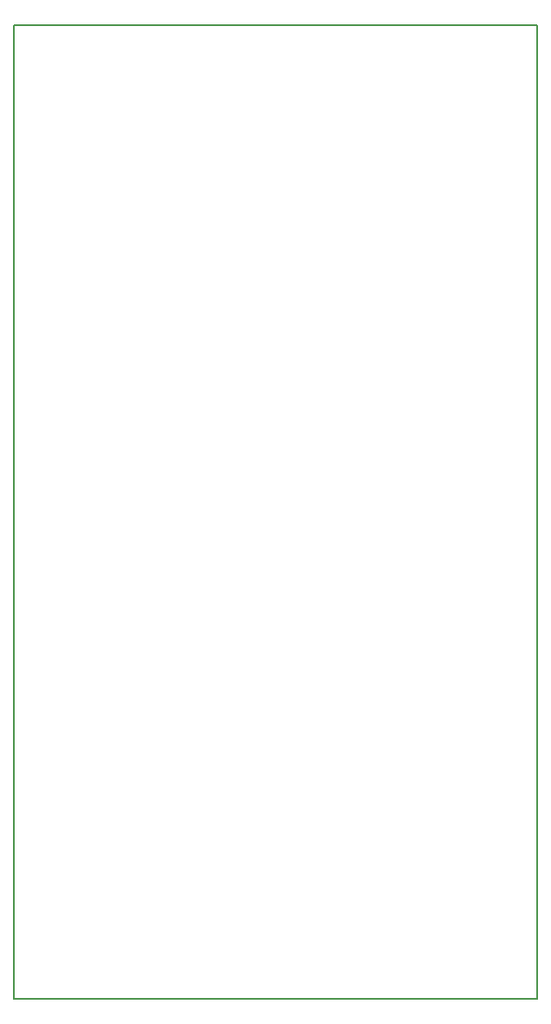
<source format=gbr>
G04 PROTEUS GERBER X2 FILE*
%TF.GenerationSoftware,Labcenter,Proteus,8.13-SP0-Build31525*%
%TF.CreationDate,2024-05-12T14:24:26+00:00*%
%TF.FileFunction,NonPlated,1,2,NPTH*%
%TF.FilePolarity,Positive*%
%TF.Part,Single*%
%TF.SameCoordinates,{a0f7e056-3ba2-47e4-9380-b7f19c802b0c}*%
%FSLAX45Y45*%
%MOMM*%
G01*
%TA.AperFunction,Profile*%
%ADD22C,0.203200*%
%TD.AperFunction*%
D22*
X-1995300Y-3350000D02*
X+3114700Y-3350000D01*
X+3114700Y+6150000D01*
X-1995300Y+6150000D01*
X-1995300Y-3350000D01*
M02*

</source>
